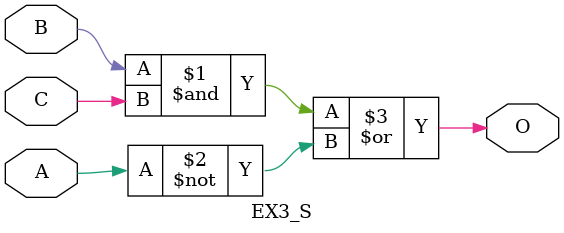
<source format=v>
module EX3_S(A,B,C,O);
	input A;
	input B;
	input C;
	output O;
	assign O=(B&C)|(~A);
endmodule	

</source>
